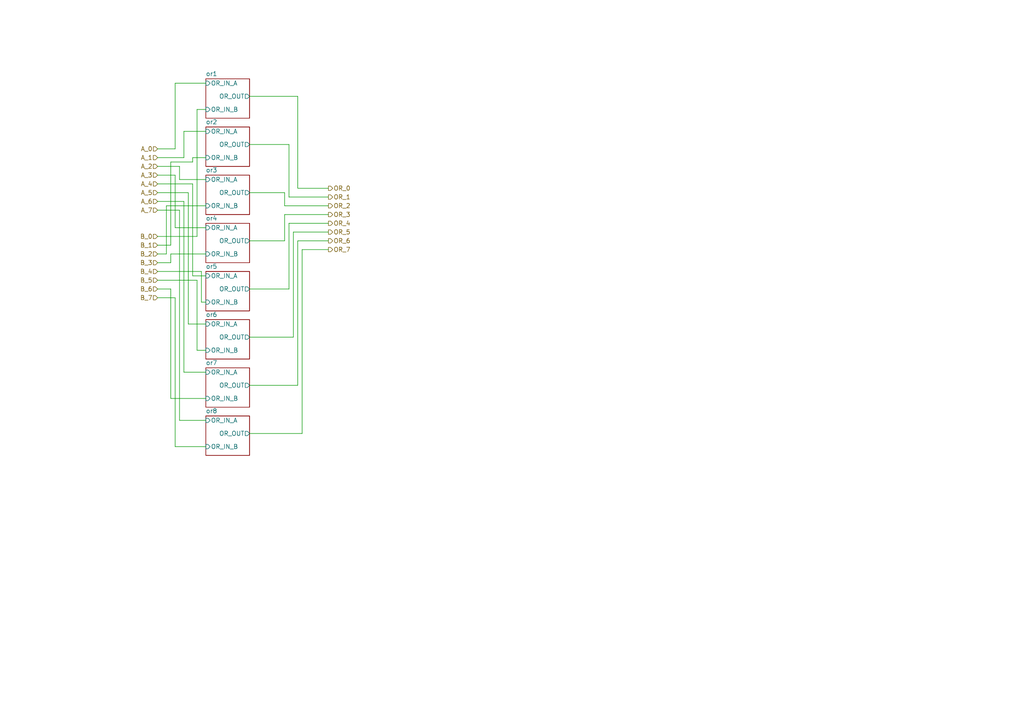
<source format=kicad_sch>
(kicad_sch
	(version 20250114)
	(generator "eeschema")
	(generator_version "9.0")
	(uuid "d541a682-fa01-47a3-834a-d48fe819bd53")
	(paper "A4")
	(lib_symbols)
	(wire
		(pts
			(xy 49.53 76.2) (xy 49.53 73.66)
		)
		(stroke
			(width 0)
			(type default)
		)
		(uuid "01b4c8d3-2923-4857-89f2-2a56d5a0730f")
	)
	(wire
		(pts
			(xy 87.63 125.73) (xy 87.63 72.39)
		)
		(stroke
			(width 0)
			(type default)
		)
		(uuid "0387222c-7af7-4d96-8ebf-72c516580353")
	)
	(wire
		(pts
			(xy 52.07 60.96) (xy 52.07 121.92)
		)
		(stroke
			(width 0)
			(type default)
		)
		(uuid "04dc0057-e523-4886-a05e-c3fe862d0660")
	)
	(wire
		(pts
			(xy 86.36 69.85) (xy 95.25 69.85)
		)
		(stroke
			(width 0)
			(type default)
		)
		(uuid "060c5333-7178-4e75-90b6-aed2062a5ad8")
	)
	(wire
		(pts
			(xy 48.26 59.69) (xy 59.69 59.69)
		)
		(stroke
			(width 0)
			(type default)
		)
		(uuid "0927b98b-9b44-4525-bdc7-f42ecfe75587")
	)
	(wire
		(pts
			(xy 86.36 54.61) (xy 95.25 54.61)
		)
		(stroke
			(width 0)
			(type default)
		)
		(uuid "099ee5dd-b3fe-403a-86af-c21a5b92f536")
	)
	(wire
		(pts
			(xy 45.72 71.12) (xy 49.53 71.12)
		)
		(stroke
			(width 0)
			(type default)
		)
		(uuid "0c2adffa-aa28-4b17-90c4-b7bbb559c704")
	)
	(wire
		(pts
			(xy 72.39 111.76) (xy 86.36 111.76)
		)
		(stroke
			(width 0)
			(type default)
		)
		(uuid "0c307147-b323-46ea-8dfc-c068c3fd3df8")
	)
	(wire
		(pts
			(xy 45.72 81.28) (xy 57.15 81.28)
		)
		(stroke
			(width 0)
			(type default)
		)
		(uuid "0cee0152-dadf-4547-b9e2-447a835e0db5")
	)
	(wire
		(pts
			(xy 57.15 68.58) (xy 57.15 31.75)
		)
		(stroke
			(width 0)
			(type default)
		)
		(uuid "0e8e2e38-d34d-417f-920b-b90df4f5c695")
	)
	(wire
		(pts
			(xy 49.53 46.99) (xy 55.88 46.99)
		)
		(stroke
			(width 0)
			(type default)
		)
		(uuid "112c06b9-e21c-4ba8-ae86-65fb63120bdc")
	)
	(wire
		(pts
			(xy 87.63 72.39) (xy 95.25 72.39)
		)
		(stroke
			(width 0)
			(type default)
		)
		(uuid "119fb8bf-81a7-46fb-b2b5-d74be00c409d")
	)
	(wire
		(pts
			(xy 82.55 69.85) (xy 82.55 62.23)
		)
		(stroke
			(width 0)
			(type default)
		)
		(uuid "12452f5e-69ec-46de-803d-51c0ec9018c9")
	)
	(wire
		(pts
			(xy 52.07 52.07) (xy 59.69 52.07)
		)
		(stroke
			(width 0)
			(type default)
		)
		(uuid "15316335-96a8-4470-9872-b5b988dd1cfd")
	)
	(wire
		(pts
			(xy 45.72 43.18) (xy 50.8 43.18)
		)
		(stroke
			(width 0)
			(type default)
		)
		(uuid "18b30b85-fb32-412d-b31b-6caff6371a6f")
	)
	(wire
		(pts
			(xy 45.72 50.8) (xy 50.8 50.8)
		)
		(stroke
			(width 0)
			(type default)
		)
		(uuid "1a4163a3-c52e-4bee-9f0c-d9bc186f2fa0")
	)
	(wire
		(pts
			(xy 55.88 46.99) (xy 55.88 45.72)
		)
		(stroke
			(width 0)
			(type default)
		)
		(uuid "1f8f6443-82d4-49d1-8a68-2edbd447b369")
	)
	(wire
		(pts
			(xy 53.34 45.72) (xy 53.34 38.1)
		)
		(stroke
			(width 0)
			(type default)
		)
		(uuid "21b274bc-1669-46ea-9cec-e05d9253d7e0")
	)
	(wire
		(pts
			(xy 45.72 55.88) (xy 54.61 55.88)
		)
		(stroke
			(width 0)
			(type default)
		)
		(uuid "24c38eb9-a30a-4031-b3fb-35c8acfd687c")
	)
	(wire
		(pts
			(xy 45.72 68.58) (xy 57.15 68.58)
		)
		(stroke
			(width 0)
			(type default)
		)
		(uuid "2514cf5f-0882-49a7-a055-31d1090f1a8e")
	)
	(wire
		(pts
			(xy 55.88 80.01) (xy 59.69 80.01)
		)
		(stroke
			(width 0)
			(type default)
		)
		(uuid "26926ac1-78de-41db-a7aa-d9074fbfd2f7")
	)
	(wire
		(pts
			(xy 50.8 86.36) (xy 50.8 129.54)
		)
		(stroke
			(width 0)
			(type default)
		)
		(uuid "2aff78f3-5d41-493c-8ed7-93c0f3a75a68")
	)
	(wire
		(pts
			(xy 49.53 115.57) (xy 59.69 115.57)
		)
		(stroke
			(width 0)
			(type default)
		)
		(uuid "2bef8d05-866f-4b52-8b0c-81ed24023d01")
	)
	(wire
		(pts
			(xy 85.09 97.79) (xy 85.09 67.31)
		)
		(stroke
			(width 0)
			(type default)
		)
		(uuid "2d33adca-1cf9-4a66-b02b-954bf07776b9")
	)
	(wire
		(pts
			(xy 83.82 83.82) (xy 83.82 64.77)
		)
		(stroke
			(width 0)
			(type default)
		)
		(uuid "3088f398-80bf-44ca-8966-08bd0f0c4247")
	)
	(wire
		(pts
			(xy 45.72 60.96) (xy 52.07 60.96)
		)
		(stroke
			(width 0)
			(type default)
		)
		(uuid "31a109da-62b2-4beb-9cf5-692566784ed6")
	)
	(wire
		(pts
			(xy 49.53 71.12) (xy 49.53 46.99)
		)
		(stroke
			(width 0)
			(type default)
		)
		(uuid "342391a9-034b-4d3c-857e-96132bd15422")
	)
	(wire
		(pts
			(xy 55.88 53.34) (xy 55.88 80.01)
		)
		(stroke
			(width 0)
			(type default)
		)
		(uuid "351252bf-bd1b-4017-9004-48baf7009114")
	)
	(wire
		(pts
			(xy 57.15 31.75) (xy 59.69 31.75)
		)
		(stroke
			(width 0)
			(type default)
		)
		(uuid "38bc8abd-453c-42d5-b269-02b8ec0dbf41")
	)
	(wire
		(pts
			(xy 52.07 48.26) (xy 52.07 52.07)
		)
		(stroke
			(width 0)
			(type default)
		)
		(uuid "425c4b88-5142-449c-8ea4-fa52c384d8aa")
	)
	(wire
		(pts
			(xy 52.07 121.92) (xy 59.69 121.92)
		)
		(stroke
			(width 0)
			(type default)
		)
		(uuid "46e2ad19-2d81-42da-a755-6af009a0d207")
	)
	(wire
		(pts
			(xy 83.82 41.91) (xy 83.82 57.15)
		)
		(stroke
			(width 0)
			(type default)
		)
		(uuid "4f457e4b-1f32-41c1-82b6-f7bea8bf7b88")
	)
	(wire
		(pts
			(xy 45.72 45.72) (xy 53.34 45.72)
		)
		(stroke
			(width 0)
			(type default)
		)
		(uuid "4ffc0843-62f2-4150-bec0-cc390e89ab52")
	)
	(wire
		(pts
			(xy 45.72 83.82) (xy 49.53 83.82)
		)
		(stroke
			(width 0)
			(type default)
		)
		(uuid "51816abd-5c1a-4682-addd-48d477ba72dc")
	)
	(wire
		(pts
			(xy 45.72 86.36) (xy 50.8 86.36)
		)
		(stroke
			(width 0)
			(type default)
		)
		(uuid "5409efb9-70b8-4ca0-b803-3d2a08706296")
	)
	(wire
		(pts
			(xy 58.42 78.74) (xy 58.42 87.63)
		)
		(stroke
			(width 0)
			(type default)
		)
		(uuid "57c35a95-5b83-42d7-80f8-62601f0c28ed")
	)
	(wire
		(pts
			(xy 57.15 101.6) (xy 59.69 101.6)
		)
		(stroke
			(width 0)
			(type default)
		)
		(uuid "6663e708-e86d-4a0e-b54d-992026e31909")
	)
	(wire
		(pts
			(xy 53.34 58.42) (xy 53.34 107.95)
		)
		(stroke
			(width 0)
			(type default)
		)
		(uuid "6de0a6a3-6046-4b39-a6c2-d8058ff46c78")
	)
	(wire
		(pts
			(xy 58.42 87.63) (xy 59.69 87.63)
		)
		(stroke
			(width 0)
			(type default)
		)
		(uuid "6fadbd32-b859-42c2-8f1c-561532009b81")
	)
	(wire
		(pts
			(xy 72.39 27.94) (xy 86.36 27.94)
		)
		(stroke
			(width 0)
			(type default)
		)
		(uuid "72faa64d-747c-4229-946e-6f6411bf97f9")
	)
	(wire
		(pts
			(xy 50.8 129.54) (xy 59.69 129.54)
		)
		(stroke
			(width 0)
			(type default)
		)
		(uuid "76fffee1-e1ed-4193-a2e6-bac0e3880a26")
	)
	(wire
		(pts
			(xy 45.72 48.26) (xy 52.07 48.26)
		)
		(stroke
			(width 0)
			(type default)
		)
		(uuid "8ce2dc27-5752-42c0-8add-1465f3e9cf06")
	)
	(wire
		(pts
			(xy 72.39 55.88) (xy 82.55 55.88)
		)
		(stroke
			(width 0)
			(type default)
		)
		(uuid "9184f2d2-486a-4b7f-9c7f-0446cca88e69")
	)
	(wire
		(pts
			(xy 72.39 83.82) (xy 83.82 83.82)
		)
		(stroke
			(width 0)
			(type default)
		)
		(uuid "91aa286a-9d0f-45c9-80a6-910ab0ef47c9")
	)
	(wire
		(pts
			(xy 72.39 125.73) (xy 87.63 125.73)
		)
		(stroke
			(width 0)
			(type default)
		)
		(uuid "93d3daac-8dee-4e0b-be22-8e67d9838cd0")
	)
	(wire
		(pts
			(xy 45.72 73.66) (xy 48.26 73.66)
		)
		(stroke
			(width 0)
			(type default)
		)
		(uuid "951e4da9-2acd-4217-8926-cbb17b58a3e8")
	)
	(wire
		(pts
			(xy 82.55 59.69) (xy 95.25 59.69)
		)
		(stroke
			(width 0)
			(type default)
		)
		(uuid "9704a532-7822-4cca-99d4-097516585774")
	)
	(wire
		(pts
			(xy 85.09 67.31) (xy 95.25 67.31)
		)
		(stroke
			(width 0)
			(type default)
		)
		(uuid "991bd255-0594-42d1-9242-bad628517bc6")
	)
	(wire
		(pts
			(xy 49.53 73.66) (xy 59.69 73.66)
		)
		(stroke
			(width 0)
			(type default)
		)
		(uuid "99519fa5-7009-4d66-a9d5-0d0771f56845")
	)
	(wire
		(pts
			(xy 86.36 27.94) (xy 86.36 54.61)
		)
		(stroke
			(width 0)
			(type default)
		)
		(uuid "9b80f9f1-c781-4ac1-9b3a-21c53cfb4b55")
	)
	(wire
		(pts
			(xy 50.8 50.8) (xy 50.8 66.04)
		)
		(stroke
			(width 0)
			(type default)
		)
		(uuid "9ca0ee7f-12d3-456e-84d7-b4af6a2355a0")
	)
	(wire
		(pts
			(xy 72.39 41.91) (xy 83.82 41.91)
		)
		(stroke
			(width 0)
			(type default)
		)
		(uuid "a56a3743-e574-4be1-ac8c-8ae86342b473")
	)
	(wire
		(pts
			(xy 72.39 69.85) (xy 82.55 69.85)
		)
		(stroke
			(width 0)
			(type default)
		)
		(uuid "a6a544f9-1f95-40da-a3eb-ff5f928ca495")
	)
	(wire
		(pts
			(xy 72.39 97.79) (xy 85.09 97.79)
		)
		(stroke
			(width 0)
			(type default)
		)
		(uuid "a8bcb296-3191-4c66-ab03-aca6c2a1301d")
	)
	(wire
		(pts
			(xy 83.82 57.15) (xy 95.25 57.15)
		)
		(stroke
			(width 0)
			(type default)
		)
		(uuid "a992fe4a-018b-4a15-a1ce-9c2536402ad1")
	)
	(wire
		(pts
			(xy 45.72 53.34) (xy 55.88 53.34)
		)
		(stroke
			(width 0)
			(type default)
		)
		(uuid "b765c87e-ff36-4395-a3f6-a31bec3d78f4")
	)
	(wire
		(pts
			(xy 45.72 58.42) (xy 53.34 58.42)
		)
		(stroke
			(width 0)
			(type default)
		)
		(uuid "b823c390-f6d4-487e-806c-4f56db99e39c")
	)
	(wire
		(pts
			(xy 55.88 45.72) (xy 59.69 45.72)
		)
		(stroke
			(width 0)
			(type default)
		)
		(uuid "b889f59e-87dc-46b4-a9a1-5d7fd07b638a")
	)
	(wire
		(pts
			(xy 86.36 111.76) (xy 86.36 69.85)
		)
		(stroke
			(width 0)
			(type default)
		)
		(uuid "b88ac228-0bd4-4c10-af7b-fb1204e26466")
	)
	(wire
		(pts
			(xy 54.61 55.88) (xy 54.61 93.98)
		)
		(stroke
			(width 0)
			(type default)
		)
		(uuid "c25ce3e1-1331-4c24-8cec-129d22fd8601")
	)
	(wire
		(pts
			(xy 50.8 24.13) (xy 59.69 24.13)
		)
		(stroke
			(width 0)
			(type default)
		)
		(uuid "c455f902-6e50-46ed-aa8d-5aaf6dde85b8")
	)
	(wire
		(pts
			(xy 50.8 66.04) (xy 59.69 66.04)
		)
		(stroke
			(width 0)
			(type default)
		)
		(uuid "c6656e4a-de6a-467e-a59c-96cd871a5176")
	)
	(wire
		(pts
			(xy 82.55 62.23) (xy 95.25 62.23)
		)
		(stroke
			(width 0)
			(type default)
		)
		(uuid "cc42d876-4b36-461a-bd26-3141bf87617b")
	)
	(wire
		(pts
			(xy 45.72 76.2) (xy 49.53 76.2)
		)
		(stroke
			(width 0)
			(type default)
		)
		(uuid "cd4c8d4e-5972-4f06-b41d-a39ba67b487f")
	)
	(wire
		(pts
			(xy 82.55 55.88) (xy 82.55 59.69)
		)
		(stroke
			(width 0)
			(type default)
		)
		(uuid "d1264a67-dfa2-4d93-a87f-92f4cd0649b3")
	)
	(wire
		(pts
			(xy 48.26 73.66) (xy 48.26 59.69)
		)
		(stroke
			(width 0)
			(type default)
		)
		(uuid "d2d6113d-b650-4c75-ab14-24b5b6fc795a")
	)
	(wire
		(pts
			(xy 45.72 78.74) (xy 58.42 78.74)
		)
		(stroke
			(width 0)
			(type default)
		)
		(uuid "d915de51-1c72-4a4f-8a86-b3cf00cd8d25")
	)
	(wire
		(pts
			(xy 83.82 64.77) (xy 95.25 64.77)
		)
		(stroke
			(width 0)
			(type default)
		)
		(uuid "da0afd3a-111f-4b83-a07e-6002c4c18c2b")
	)
	(wire
		(pts
			(xy 53.34 38.1) (xy 59.69 38.1)
		)
		(stroke
			(width 0)
			(type default)
		)
		(uuid "e3882ffa-33b3-4554-812e-cc95b0e2d4b9")
	)
	(wire
		(pts
			(xy 57.15 81.28) (xy 57.15 101.6)
		)
		(stroke
			(width 0)
			(type default)
		)
		(uuid "e9e46f51-7259-44f0-a391-051327da1c68")
	)
	(wire
		(pts
			(xy 53.34 107.95) (xy 59.69 107.95)
		)
		(stroke
			(width 0)
			(type default)
		)
		(uuid "ef0f7db2-e75f-42f7-8c8c-f7b536388da4")
	)
	(wire
		(pts
			(xy 54.61 93.98) (xy 59.69 93.98)
		)
		(stroke
			(width 0)
			(type default)
		)
		(uuid "f72d881c-82c0-4963-b430-fc74e7a4474a")
	)
	(wire
		(pts
			(xy 49.53 83.82) (xy 49.53 115.57)
		)
		(stroke
			(width 0)
			(type default)
		)
		(uuid "f9dc07c6-4b72-414c-a73e-7e8f0e0e5e09")
	)
	(wire
		(pts
			(xy 50.8 43.18) (xy 50.8 24.13)
		)
		(stroke
			(width 0)
			(type default)
		)
		(uuid "fd3fc3b6-a2c4-4160-aa4e-9e1e885dcb6d")
	)
	(hierarchical_label "A_3"
		(shape input)
		(at 45.72 50.8 180)
		(effects
			(font
				(size 1.27 1.27)
			)
			(justify right)
		)
		(uuid "036d7774-aa83-4b55-ab1a-a8c9fbc6cf57")
	)
	(hierarchical_label "B_2"
		(shape input)
		(at 45.72 73.66 180)
		(effects
			(font
				(size 1.27 1.27)
			)
			(justify right)
		)
		(uuid "04503b9d-d099-4198-87e2-41680f0ae245")
	)
	(hierarchical_label "B_5"
		(shape input)
		(at 45.72 81.28 180)
		(effects
			(font
				(size 1.27 1.27)
			)
			(justify right)
		)
		(uuid "21d7d790-ef73-44d5-a0e8-2431dc3f80d3")
	)
	(hierarchical_label "OR_7"
		(shape output)
		(at 95.25 72.39 0)
		(effects
			(font
				(size 1.27 1.27)
			)
			(justify left)
		)
		(uuid "28963def-5bb8-4f5c-bed9-e1b0ccd8dd42")
	)
	(hierarchical_label "OR_6"
		(shape output)
		(at 95.25 69.85 0)
		(effects
			(font
				(size 1.27 1.27)
			)
			(justify left)
		)
		(uuid "2b420dc2-6f75-46e6-8ead-9a86013943b3")
	)
	(hierarchical_label "A_0"
		(shape input)
		(at 45.72 43.18 180)
		(effects
			(font
				(size 1.27 1.27)
			)
			(justify right)
		)
		(uuid "375cbb6d-ce11-46f1-9789-3dc2a85a942e")
	)
	(hierarchical_label "A_6"
		(shape input)
		(at 45.72 58.42 180)
		(effects
			(font
				(size 1.27 1.27)
			)
			(justify right)
		)
		(uuid "4f5711f5-e79c-43bb-9190-9f8311a2a98b")
	)
	(hierarchical_label "A_4"
		(shape input)
		(at 45.72 53.34 180)
		(effects
			(font
				(size 1.27 1.27)
			)
			(justify right)
		)
		(uuid "54289943-a1cb-4e02-a4a5-8437940ddab2")
	)
	(hierarchical_label "B_4"
		(shape input)
		(at 45.72 78.74 180)
		(effects
			(font
				(size 1.27 1.27)
			)
			(justify right)
		)
		(uuid "5674ed85-89d0-483e-89f6-8a9d1de5ae5e")
	)
	(hierarchical_label "OR_3"
		(shape output)
		(at 95.25 62.23 0)
		(effects
			(font
				(size 1.27 1.27)
			)
			(justify left)
		)
		(uuid "581c4264-6766-44ab-90a8-3f3ed547d7f4")
	)
	(hierarchical_label "B_1"
		(shape input)
		(at 45.72 71.12 180)
		(effects
			(font
				(size 1.27 1.27)
			)
			(justify right)
		)
		(uuid "6cdf1e17-862b-4b95-93ef-693e3e5c9992")
	)
	(hierarchical_label "B_3"
		(shape input)
		(at 45.72 76.2 180)
		(effects
			(font
				(size 1.27 1.27)
			)
			(justify right)
		)
		(uuid "72275f0e-6954-4ebc-87e4-60ca9ebeb56d")
	)
	(hierarchical_label "B_0"
		(shape input)
		(at 45.72 68.58 180)
		(effects
			(font
				(size 1.27 1.27)
			)
			(justify right)
		)
		(uuid "78c964ae-ac1a-4703-a99d-36c411a8985d")
	)
	(hierarchical_label "B_7"
		(shape input)
		(at 45.72 86.36 180)
		(effects
			(font
				(size 1.27 1.27)
			)
			(justify right)
		)
		(uuid "80d2e91a-a5f1-4c12-9e83-4ded6d09540e")
	)
	(hierarchical_label "A_1"
		(shape input)
		(at 45.72 45.72 180)
		(effects
			(font
				(size 1.27 1.27)
			)
			(justify right)
		)
		(uuid "87815d07-67d9-479e-b5b7-1135b0ea9747")
	)
	(hierarchical_label "OR_1"
		(shape output)
		(at 95.25 57.15 0)
		(effects
			(font
				(size 1.27 1.27)
			)
			(justify left)
		)
		(uuid "8bf6a294-3aef-4af7-a500-9c8401d741d1")
	)
	(hierarchical_label "OR_0"
		(shape output)
		(at 95.25 54.61 0)
		(effects
			(font
				(size 1.27 1.27)
			)
			(justify left)
		)
		(uuid "96b06fc6-7fd1-49bc-b366-564ad1d879e1")
	)
	(hierarchical_label "OR_2"
		(shape output)
		(at 95.25 59.69 0)
		(effects
			(font
				(size 1.27 1.27)
			)
			(justify left)
		)
		(uuid "9a68118f-c0d2-4643-9bc8-b7771bf55fdb")
	)
	(hierarchical_label "A_2"
		(shape input)
		(at 45.72 48.26 180)
		(effects
			(font
				(size 1.27 1.27)
			)
			(justify right)
		)
		(uuid "a876633e-a89d-45f8-acec-e96ad2174e18")
	)
	(hierarchical_label "A_7"
		(shape input)
		(at 45.72 60.96 180)
		(effects
			(font
				(size 1.27 1.27)
			)
			(justify right)
		)
		(uuid "ace3f804-dd5c-45f3-a4a3-38ce7ecee0eb")
	)
	(hierarchical_label "OR_5"
		(shape output)
		(at 95.25 67.31 0)
		(effects
			(font
				(size 1.27 1.27)
			)
			(justify left)
		)
		(uuid "bed34a91-41e7-48c4-929f-a222bb389292")
	)
	(hierarchical_label "A_5"
		(shape input)
		(at 45.72 55.88 180)
		(effects
			(font
				(size 1.27 1.27)
			)
			(justify right)
		)
		(uuid "cc0ef8da-6f23-4bb2-97ab-4182454f9761")
	)
	(hierarchical_label "B_6"
		(shape input)
		(at 45.72 83.82 180)
		(effects
			(font
				(size 1.27 1.27)
			)
			(justify right)
		)
		(uuid "d33dce34-69cd-40af-b5d6-d86051139009")
	)
	(hierarchical_label "OR_4"
		(shape output)
		(at 95.25 64.77 0)
		(effects
			(font
				(size 1.27 1.27)
			)
			(justify left)
		)
		(uuid "ed93a842-7807-41e7-9f0c-b93f34d1645e")
	)
	(sheet
		(at 59.69 50.8)
		(size 12.7 11.43)
		(exclude_from_sim no)
		(in_bom yes)
		(on_board yes)
		(dnp no)
		(fields_autoplaced yes)
		(stroke
			(width 0.1524)
			(type solid)
		)
		(fill
			(color 0 0 0 0.0000)
		)
		(uuid "0e503600-99f6-4391-a7a7-0e65412167e3")
		(property "Sheetname" "or3"
			(at 59.69 50.0884 0)
			(effects
				(font
					(size 1.27 1.27)
				)
				(justify left bottom)
			)
		)
		(property "Sheetfile" "../logic units/or/or.kicad_sch"
			(at 59.69 62.8146 0)
			(effects
				(font
					(size 1.27 1.27)
				)
				(justify left top)
				(hide yes)
			)
		)
		(pin "OR_OUT" output
			(at 72.39 55.88 0)
			(uuid "ab3a594c-1097-4bb5-abbf-7b31911ea17e")
			(effects
				(font
					(size 1.27 1.27)
				)
				(justify right)
			)
		)
		(pin "OR_IN_B" input
			(at 59.69 59.69 180)
			(uuid "6c135766-0187-483f-a287-4cd68269dbc5")
			(effects
				(font
					(size 1.27 1.27)
				)
				(justify left)
			)
		)
		(pin "OR_IN_A" input
			(at 59.69 52.07 180)
			(uuid "b8a9527e-2ec8-494a-a259-8823045da5f1")
			(effects
				(font
					(size 1.27 1.27)
				)
				(justify left)
			)
		)
		(instances
			(project "8-bit-or"
				(path "/d541a682-fa01-47a3-834a-d48fe819bd53"
					(page "4")
				)
			)
		)
	)
	(sheet
		(at 59.69 36.83)
		(size 12.7 11.43)
		(exclude_from_sim no)
		(in_bom yes)
		(on_board yes)
		(dnp no)
		(fields_autoplaced yes)
		(stroke
			(width 0.1524)
			(type solid)
		)
		(fill
			(color 0 0 0 0.0000)
		)
		(uuid "10cb4432-5512-4b44-b33f-a7eb5b3c3b6b")
		(property "Sheetname" "or2"
			(at 59.69 36.1184 0)
			(effects
				(font
					(size 1.27 1.27)
				)
				(justify left bottom)
			)
		)
		(property "Sheetfile" "../logic units/or/or.kicad_sch"
			(at 59.69 48.8446 0)
			(effects
				(font
					(size 1.27 1.27)
				)
				(justify left top)
				(hide yes)
			)
		)
		(pin "OR_OUT" output
			(at 72.39 41.91 0)
			(uuid "dbab4bb3-9591-4f33-9631-93a958402b12")
			(effects
				(font
					(size 1.27 1.27)
				)
				(justify right)
			)
		)
		(pin "OR_IN_B" input
			(at 59.69 45.72 180)
			(uuid "e72cd59a-4792-4260-bcc5-6665114b41b2")
			(effects
				(font
					(size 1.27 1.27)
				)
				(justify left)
			)
		)
		(pin "OR_IN_A" input
			(at 59.69 38.1 180)
			(uuid "5e921c7e-d964-4453-9546-afc914a374cd")
			(effects
				(font
					(size 1.27 1.27)
				)
				(justify left)
			)
		)
		(instances
			(project "8-bit-or"
				(path "/d541a682-fa01-47a3-834a-d48fe819bd53"
					(page "3")
				)
			)
		)
	)
	(sheet
		(at 59.69 64.77)
		(size 12.7 11.43)
		(exclude_from_sim no)
		(in_bom yes)
		(on_board yes)
		(dnp no)
		(fields_autoplaced yes)
		(stroke
			(width 0.1524)
			(type solid)
		)
		(fill
			(color 0 0 0 0.0000)
		)
		(uuid "25efaaff-b551-4cc1-9b5f-96f160ea786c")
		(property "Sheetname" "or4"
			(at 59.69 64.0584 0)
			(effects
				(font
					(size 1.27 1.27)
				)
				(justify left bottom)
			)
		)
		(property "Sheetfile" "../logic units/or/or.kicad_sch"
			(at 59.69 76.7846 0)
			(effects
				(font
					(size 1.27 1.27)
				)
				(justify left top)
				(hide yes)
			)
		)
		(pin "OR_OUT" output
			(at 72.39 69.85 0)
			(uuid "22f4f0c0-ac22-44ed-b026-5b4f5cd050b4")
			(effects
				(font
					(size 1.27 1.27)
				)
				(justify right)
			)
		)
		(pin "OR_IN_B" input
			(at 59.69 73.66 180)
			(uuid "f5c8f3c0-f746-4998-84c5-22d2631c64e9")
			(effects
				(font
					(size 1.27 1.27)
				)
				(justify left)
			)
		)
		(pin "OR_IN_A" input
			(at 59.69 66.04 180)
			(uuid "87facf85-401f-4457-84be-45a1e0104df7")
			(effects
				(font
					(size 1.27 1.27)
				)
				(justify left)
			)
		)
		(instances
			(project "8-bit-or"
				(path "/d541a682-fa01-47a3-834a-d48fe819bd53"
					(page "5")
				)
			)
		)
	)
	(sheet
		(at 59.69 22.86)
		(size 12.7 11.43)
		(exclude_from_sim no)
		(in_bom yes)
		(on_board yes)
		(dnp no)
		(fields_autoplaced yes)
		(stroke
			(width 0.1524)
			(type solid)
		)
		(fill
			(color 0 0 0 0.0000)
		)
		(uuid "275ec990-a041-4c65-935f-b4656c3b8d89")
		(property "Sheetname" "or1"
			(at 59.69 22.1484 0)
			(effects
				(font
					(size 1.27 1.27)
				)
				(justify left bottom)
			)
		)
		(property "Sheetfile" "../logic units/or/or.kicad_sch"
			(at 59.69 34.8746 0)
			(effects
				(font
					(size 1.27 1.27)
				)
				(justify left top)
				(hide yes)
			)
		)
		(pin "OR_OUT" output
			(at 72.39 27.94 0)
			(uuid "932f1b90-23ad-42b6-ab82-5dc58f80c98b")
			(effects
				(font
					(size 1.27 1.27)
				)
				(justify right)
			)
		)
		(pin "OR_IN_B" input
			(at 59.69 31.75 180)
			(uuid "22841df4-b498-4f2c-a5c4-ec895df4558b")
			(effects
				(font
					(size 1.27 1.27)
				)
				(justify left)
			)
		)
		(pin "OR_IN_A" input
			(at 59.69 24.13 180)
			(uuid "02ae50f2-91f9-4bdd-9117-cc6c536b0944")
			(effects
				(font
					(size 1.27 1.27)
				)
				(justify left)
			)
		)
		(instances
			(project "8-bit-or"
				(path "/d541a682-fa01-47a3-834a-d48fe819bd53"
					(page "2")
				)
			)
		)
	)
	(sheet
		(at 59.69 78.74)
		(size 12.7 11.43)
		(exclude_from_sim no)
		(in_bom yes)
		(on_board yes)
		(dnp no)
		(fields_autoplaced yes)
		(stroke
			(width 0.1524)
			(type solid)
		)
		(fill
			(color 0 0 0 0.0000)
		)
		(uuid "318a215f-43ff-45c7-8911-d496a19dd627")
		(property "Sheetname" "or5"
			(at 59.69 78.0284 0)
			(effects
				(font
					(size 1.27 1.27)
				)
				(justify left bottom)
			)
		)
		(property "Sheetfile" "../logic units/or/or.kicad_sch"
			(at 59.69 90.7546 0)
			(effects
				(font
					(size 1.27 1.27)
				)
				(justify left top)
				(hide yes)
			)
		)
		(pin "OR_OUT" output
			(at 72.39 83.82 0)
			(uuid "e11b53bc-ea8e-4e26-a044-5126dbbd4ac0")
			(effects
				(font
					(size 1.27 1.27)
				)
				(justify right)
			)
		)
		(pin "OR_IN_B" input
			(at 59.69 87.63 180)
			(uuid "6f6a31ce-8a1c-4629-9d7f-dd5188288b39")
			(effects
				(font
					(size 1.27 1.27)
				)
				(justify left)
			)
		)
		(pin "OR_IN_A" input
			(at 59.69 80.01 180)
			(uuid "d474ca5a-6205-4d1a-90ce-27f310cea042")
			(effects
				(font
					(size 1.27 1.27)
				)
				(justify left)
			)
		)
		(instances
			(project "8-bit-or"
				(path "/d541a682-fa01-47a3-834a-d48fe819bd53"
					(page "6")
				)
			)
		)
	)
	(sheet
		(at 59.69 92.71)
		(size 12.7 11.43)
		(exclude_from_sim no)
		(in_bom yes)
		(on_board yes)
		(dnp no)
		(fields_autoplaced yes)
		(stroke
			(width 0.1524)
			(type solid)
		)
		(fill
			(color 0 0 0 0.0000)
		)
		(uuid "45cee1fe-5798-4812-9e96-047b743aadc2")
		(property "Sheetname" "or6"
			(at 59.69 91.9984 0)
			(effects
				(font
					(size 1.27 1.27)
				)
				(justify left bottom)
			)
		)
		(property "Sheetfile" "../logic units/or/or.kicad_sch"
			(at 59.69 104.7246 0)
			(effects
				(font
					(size 1.27 1.27)
				)
				(justify left top)
				(hide yes)
			)
		)
		(pin "OR_OUT" output
			(at 72.39 97.79 0)
			(uuid "968e13ff-266d-4e9b-9893-738c466ef202")
			(effects
				(font
					(size 1.27 1.27)
				)
				(justify right)
			)
		)
		(pin "OR_IN_B" input
			(at 59.69 101.6 180)
			(uuid "3e211294-7f58-40ad-8a81-ccd4749889df")
			(effects
				(font
					(size 1.27 1.27)
				)
				(justify left)
			)
		)
		(pin "OR_IN_A" input
			(at 59.69 93.98 180)
			(uuid "aba7b8b4-7ccb-4b24-b73d-c645725c8a1e")
			(effects
				(font
					(size 1.27 1.27)
				)
				(justify left)
			)
		)
		(instances
			(project "8-bit-or"
				(path "/d541a682-fa01-47a3-834a-d48fe819bd53"
					(page "7")
				)
			)
		)
	)
	(sheet
		(at 59.69 120.65)
		(size 12.7 11.43)
		(exclude_from_sim no)
		(in_bom yes)
		(on_board yes)
		(dnp no)
		(fields_autoplaced yes)
		(stroke
			(width 0.1524)
			(type solid)
		)
		(fill
			(color 0 0 0 0.0000)
		)
		(uuid "6dae8ee1-eb89-4e21-87e8-0a7891245a0c")
		(property "Sheetname" "or8"
			(at 59.69 119.9384 0)
			(effects
				(font
					(size 1.27 1.27)
				)
				(justify left bottom)
			)
		)
		(property "Sheetfile" "../logic units/or/or.kicad_sch"
			(at 59.69 132.6646 0)
			(effects
				(font
					(size 1.27 1.27)
				)
				(justify left top)
				(hide yes)
			)
		)
		(pin "OR_OUT" output
			(at 72.39 125.73 0)
			(uuid "7d14e069-c4d6-441a-b2e2-116ee76ba3cf")
			(effects
				(font
					(size 1.27 1.27)
				)
				(justify right)
			)
		)
		(pin "OR_IN_B" input
			(at 59.69 129.54 180)
			(uuid "70682c79-ec2a-4dc1-bedf-0a9fdeeeb7c0")
			(effects
				(font
					(size 1.27 1.27)
				)
				(justify left)
			)
		)
		(pin "OR_IN_A" input
			(at 59.69 121.92 180)
			(uuid "0bf5b0a6-bb5d-4c0b-88af-c81ac2d48ca1")
			(effects
				(font
					(size 1.27 1.27)
				)
				(justify left)
			)
		)
		(instances
			(project "8-bit-or"
				(path "/d541a682-fa01-47a3-834a-d48fe819bd53"
					(page "9")
				)
			)
		)
	)
	(sheet
		(at 59.69 106.68)
		(size 12.7 11.43)
		(exclude_from_sim no)
		(in_bom yes)
		(on_board yes)
		(dnp no)
		(fields_autoplaced yes)
		(stroke
			(width 0.1524)
			(type solid)
		)
		(fill
			(color 0 0 0 0.0000)
		)
		(uuid "cb6a314d-de0e-40ce-9632-3742d6a5208d")
		(property "Sheetname" "or7"
			(at 59.69 105.9684 0)
			(effects
				(font
					(size 1.27 1.27)
				)
				(justify left bottom)
			)
		)
		(property "Sheetfile" "../logic units/or/or.kicad_sch"
			(at 59.69 118.6946 0)
			(effects
				(font
					(size 1.27 1.27)
				)
				(justify left top)
				(hide yes)
			)
		)
		(pin "OR_OUT" output
			(at 72.39 111.76 0)
			(uuid "be09b8d9-8d5e-4a4a-8156-ad311d16bd6e")
			(effects
				(font
					(size 1.27 1.27)
				)
				(justify right)
			)
		)
		(pin "OR_IN_B" input
			(at 59.69 115.57 180)
			(uuid "5b0e3d57-55c6-4ef3-a8d9-f0b9c6ccc423")
			(effects
				(font
					(size 1.27 1.27)
				)
				(justify left)
			)
		)
		(pin "OR_IN_A" input
			(at 59.69 107.95 180)
			(uuid "a20d1452-5b3a-4e48-a667-1e44b2570dcb")
			(effects
				(font
					(size 1.27 1.27)
				)
				(justify left)
			)
		)
		(instances
			(project "8-bit-or"
				(path "/d541a682-fa01-47a3-834a-d48fe819bd53"
					(page "8")
				)
			)
		)
	)
	(sheet_instances
		(path "/"
			(page "1")
		)
	)
	(embedded_fonts no)
)

</source>
